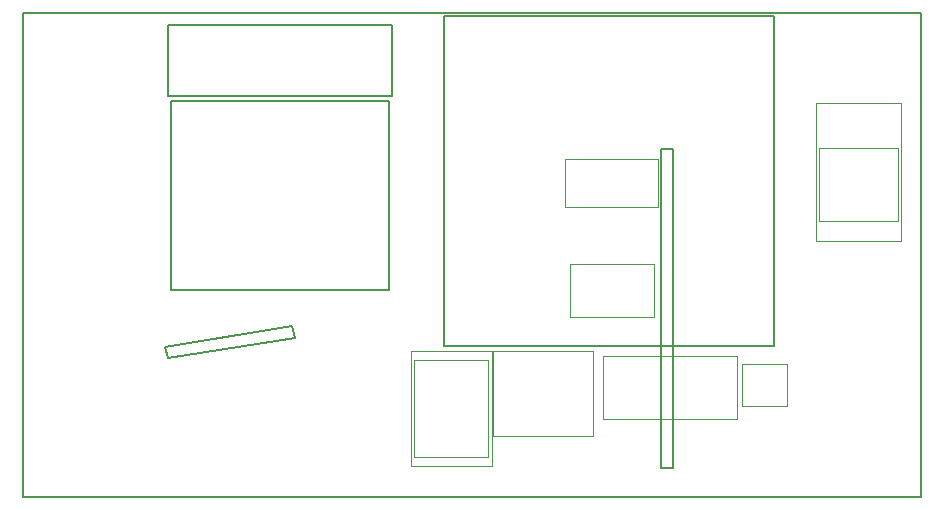
<source format=gbr>
%FSLAX35Y35*%
%MOIN*%
G04 EasyPC Gerber Version 18.0.9 Build 3640 *
%ADD101C,0.00004*%
%ADD100C,0.00197*%
%ADD74C,0.00500*%
X0Y0D02*
D02*
D74*
X250Y250D02*
X299463D01*
Y161667*
X250*
Y250*
X48478Y46510D02*
X90801Y53400D01*
X89817Y57337*
X47494Y50447*
X48478Y46510*
Y134108D02*
X123281D01*
Y157730*
X48478*
Y134108*
X49463Y132140D02*
Y69148D01*
X122297*
Y132140*
X49463*
X212848Y10093D02*
Y116392D01*
X216785*
Y10093*
X212848*
X250596Y160715D02*
X140596D01*
Y50715*
X250596*
Y160715*
D02*
D100*
X129581Y48872D02*
Y10683D01*
X156352*
Y48872*
X129581*
X190211Y20526D02*
X156746D01*
Y48872*
X190211*
Y20526*
X210526Y77927D02*
Y60368D01*
X182494*
Y77927*
X210526*
X211864Y97100D02*
X180762D01*
Y112848*
X211864*
Y97100*
X238045Y26175D02*
X193557D01*
Y47159*
X238045*
Y26175*
X239915Y44541D02*
X254679D01*
Y30762*
X239915*
Y44541*
X264620Y131549D02*
Y85486D01*
X292967*
Y131549*
X264620*
D02*
D101*
X130663Y45821D02*
Y13734D01*
X155270*
Y45821*
X130663*
X265604Y116699D02*
Y92285D01*
X291982*
Y116699*
X265604*
X0Y0D02*
M02*

</source>
